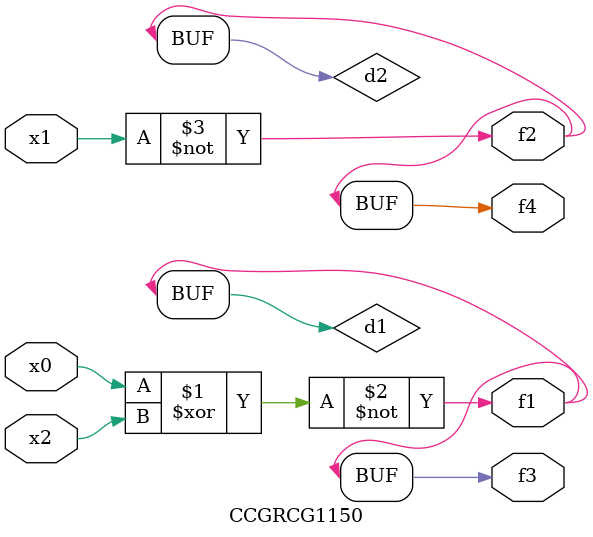
<source format=v>
module CCGRCG1150(
	input x0, x1, x2,
	output f1, f2, f3, f4
);

	wire d1, d2, d3;

	xnor (d1, x0, x2);
	nand (d2, x1);
	nor (d3, x1, x2);
	assign f1 = d1;
	assign f2 = d2;
	assign f3 = d1;
	assign f4 = d2;
endmodule

</source>
